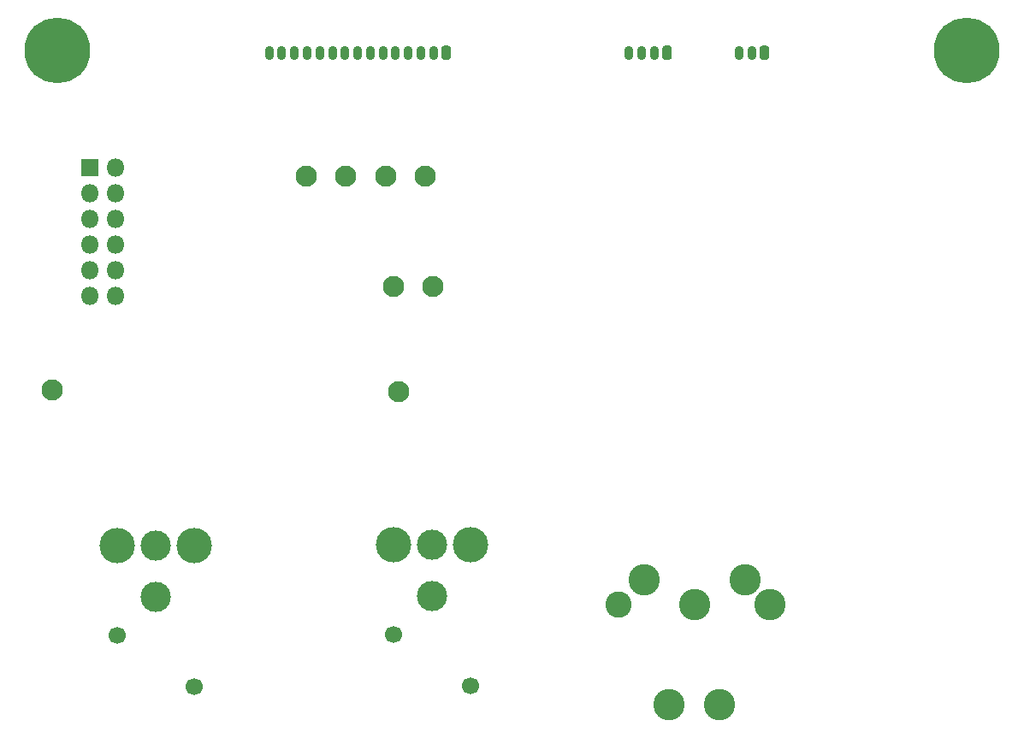
<source format=gbr>
%TF.GenerationSoftware,KiCad,Pcbnew,(5.1.6-0-10_14)*%
%TF.CreationDate,2021-01-19T18:17:05+00:00*%
%TF.ProjectId,lawrencebutton,6c617772-656e-4636-9562-7574746f6e2e,rev?*%
%TF.SameCoordinates,Original*%
%TF.FileFunction,Soldermask,Bot*%
%TF.FilePolarity,Negative*%
%FSLAX46Y46*%
G04 Gerber Fmt 4.6, Leading zero omitted, Abs format (unit mm)*
G04 Created by KiCad (PCBNEW (5.1.6-0-10_14)) date 2021-01-19 18:17:05*
%MOMM*%
%LPD*%
G01*
G04 APERTURE LIST*
%ADD10C,3.100000*%
%ADD11C,2.600000*%
%ADD12R,1.800000X1.800000*%
%ADD13O,1.800000X1.800000*%
%ADD14C,2.100000*%
%ADD15C,3.500000*%
%ADD16C,3.000000*%
%ADD17C,1.700000*%
%ADD18O,0.900000X1.400000*%
%ADD19C,6.500000*%
%ADD20C,0.900000*%
G04 APERTURE END LIST*
D10*
%TO.C,J2*%
X16296000Y-130215000D03*
X21296000Y-130215000D03*
X18796000Y-120315000D03*
X26296000Y-120315000D03*
D11*
X11296000Y-120315000D03*
D10*
X23796000Y-117815000D03*
X13796000Y-117815000D03*
%TD*%
D12*
%TO.C,J12*%
X-41021000Y-77025500D03*
D13*
X-38481000Y-77025500D03*
X-41021000Y-79565500D03*
X-38481000Y-79565500D03*
X-41021000Y-82105500D03*
X-38481000Y-82105500D03*
X-41021000Y-84645500D03*
X-38481000Y-84645500D03*
X-41021000Y-87185500D03*
X-38481000Y-87185500D03*
X-41021000Y-89725500D03*
X-38481000Y-89725500D03*
%TD*%
D14*
%TO.C,TP8*%
X-10985500Y-88773000D03*
%TD*%
D15*
%TO.C,J3*%
X-30670500Y-114427000D03*
X-38290500Y-114427000D03*
D16*
X-34480500Y-114427000D03*
D17*
X-30670500Y-128397000D03*
X-38290500Y-123317000D03*
D16*
X-34480500Y-119507000D03*
%TD*%
%TO.C,J4*%
X-7175500Y-119443500D03*
D17*
X-10985500Y-123253500D03*
X-3365500Y-128333500D03*
D16*
X-7175500Y-114363500D03*
D15*
X-10985500Y-114363500D03*
X-3365500Y-114363500D03*
%TD*%
%TO.C,J8*%
G36*
G01*
X26167500Y-65184000D02*
X26167500Y-66134000D01*
G75*
G02*
X25942500Y-66359000I-225000J0D01*
G01*
X25492500Y-66359000D01*
G75*
G02*
X25267500Y-66134000I0J225000D01*
G01*
X25267500Y-65184000D01*
G75*
G02*
X25492500Y-64959000I225000J0D01*
G01*
X25942500Y-64959000D01*
G75*
G02*
X26167500Y-65184000I0J-225000D01*
G01*
G37*
D18*
X24467500Y-65659000D03*
X23217500Y-65659000D03*
%TD*%
%TO.C,J7*%
G36*
G01*
X-5328500Y-65184000D02*
X-5328500Y-66134000D01*
G75*
G02*
X-5553500Y-66359000I-225000J0D01*
G01*
X-6003500Y-66359000D01*
G75*
G02*
X-6228500Y-66134000I0J225000D01*
G01*
X-6228500Y-65184000D01*
G75*
G02*
X-6003500Y-64959000I225000J0D01*
G01*
X-5553500Y-64959000D01*
G75*
G02*
X-5328500Y-65184000I0J-225000D01*
G01*
G37*
X-7028500Y-65659000D03*
X-8278500Y-65659000D03*
X-9528500Y-65659000D03*
X-10778500Y-65659000D03*
X-12028500Y-65659000D03*
X-13278500Y-65659000D03*
X-14528500Y-65659000D03*
X-15778500Y-65659000D03*
X-17028500Y-65659000D03*
X-18278500Y-65659000D03*
X-19528500Y-65659000D03*
X-20778500Y-65659000D03*
X-22028500Y-65659000D03*
X-23278500Y-65659000D03*
%TD*%
D14*
%TO.C,TP1*%
X-7810500Y-77851000D03*
%TD*%
%TO.C,TP2*%
X-11747500Y-77851000D03*
%TD*%
%TO.C,TP3*%
X-19621500Y-77851000D03*
%TD*%
%TO.C,TP4*%
X-15684500Y-77851000D03*
%TD*%
%TO.C,TP5*%
X-44767500Y-99060000D03*
%TD*%
%TO.C,TP6*%
X-10477500Y-99187000D03*
%TD*%
%TO.C,TP7*%
X-7048500Y-88773000D03*
%TD*%
%TO.C,J9*%
G36*
G01*
X16539000Y-65184000D02*
X16539000Y-66134000D01*
G75*
G02*
X16314000Y-66359000I-225000J0D01*
G01*
X15864000Y-66359000D01*
G75*
G02*
X15639000Y-66134000I0J225000D01*
G01*
X15639000Y-65184000D01*
G75*
G02*
X15864000Y-64959000I225000J0D01*
G01*
X16314000Y-64959000D01*
G75*
G02*
X16539000Y-65184000I0J-225000D01*
G01*
G37*
D18*
X14839000Y-65659000D03*
X13589000Y-65659000D03*
X12339000Y-65659000D03*
%TD*%
D19*
%TO.C,H1*%
X-44263000Y-65438000D03*
D20*
X-41863000Y-65438000D03*
X-42565944Y-67135056D03*
X-44263000Y-67838000D03*
X-45960056Y-67135056D03*
X-46663000Y-65438000D03*
X-45960056Y-63740944D03*
X-44263000Y-63038000D03*
X-42565944Y-63740944D03*
%TD*%
%TO.C,H2*%
X47434056Y-63740944D03*
X45737000Y-63038000D03*
X44039944Y-63740944D03*
X43337000Y-65438000D03*
X44039944Y-67135056D03*
X45737000Y-67838000D03*
X47434056Y-67135056D03*
X48137000Y-65438000D03*
D19*
X45737000Y-65438000D03*
%TD*%
M02*

</source>
